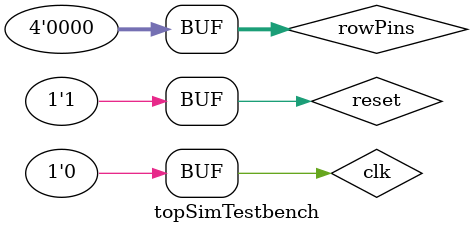
<source format=sv>
/*
Jackson Philion, jphilion@g.hmc.edu, Sep.23.2024. For e155_lab3, taught by Prof Josh Brake at Harvey Mudd College

This module is the controlling part of e155_lab3, connecting all modules across their own files.
Running this top module requires scanFSM.sv, ensureCounter.sv, pinReaders.sv, and display.sv in 
the same root directory. See my github.com/jacksonphilion/e155_lab3 for more.
*/

module top(
    input   logic   reset,
    input   logic   [3:0]   rowPins,
    output  logic   disL,   disR,
    output  logic   [6:0]   seg,
    output  logic   [3:0]   colPins,
	output  logic   [4:0]   led
    );

    // High Frequency 48MHz Oscillator to initialize clk signal, with a buffer if I need to scale
    logic int_osc, clk;
    HSOSC hf_osc (.CLKHFPU(1'b1), .CLKHFEN(1'b1), .CLKHF(int_osc));
    frequencyGenerator #(.divisionFactor(48000000)) freqGenCall (int_osc, reset, clk);
	assign led[4] = clk;
	
    // Call for the display multiplexing functions
    logic   [7:0]   displayDigits, flipDigits;
	assign flipDigits = ~displayDigits;
    displayMultiplexer disMultCall(int_osc, flipDigits, reset, seg, disL, disR);
    
    // Call for the scanning FSM
    logic   [3:0]   sense;
    scanFSM scanFSMCall(clk, reset, sense, colPins, displayDigits, led[3:0]);

    pinReaderDirect pinDirectCall(rowPins,sense);

endmodule

module topSim(
    input   logic   clk, reset,
    input   logic   [3:0]   rowPins,
    output  logic   disL,   disR,
    output  logic   [6:0]   seg,
    output  logic   [3:0]   colPins,
	output  logic   [4:0]   led
    );

    // Call for the display multiplexing functions
    logic   [7:0]   displayDigits, flipDigits;
	assign flipDigits = ~displayDigits;
    displayMultiplexer disMultCall(clk, flipDigits, reset, seg, disL, disR);
    
    // Call for the scanning FSM
    logic   [3:0]   sense;
    scanFSM scanFSMCall(clk, reset, sense, colPins, displayDigits, led[3:0]);

    pinReaderDirect pinDirectCall(rowPins,sense);

endmodule

module topSimTestbench();
	
	// initialize variables
	logic clk, reset, disL, disR;
	logic [3:0] rowPins, colPins;
	logic [6:0] seg;
	logic [4:0] led;

	// Start a clock and pulse initial reset active low
	always begin clk = 1; #4; clk=0; #4; end
	initial begin reset = 0; #15; reset = 1; end

	// Call DUT
	topSim topSimCall(clk, reset, rowPins, disL, disR, seg, colPins, led);

	// Create the signals that I want to feed in
	initial rowPins = 4'b0;

endmodule





</source>
